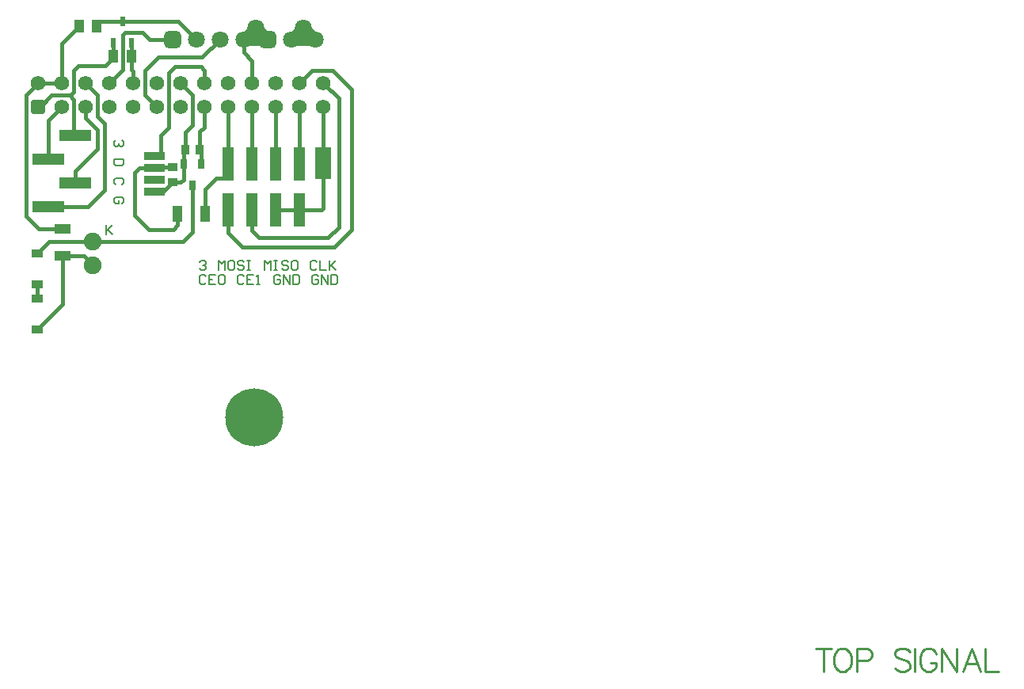
<source format=gbr>
%FSLAX24Y24*%
%MOIN*%
G70*
G01*
G75*
G04 Layer_Physical_Order=1*
G04 Layer_Color=255*
%ADD10R,0.0413X0.0571*%
%ADD11R,0.0236X0.0413*%
%ADD12R,0.0433X0.0709*%
%ADD13R,0.0394X0.0354*%
%ADD14R,0.0866X0.0354*%
%ADD15R,0.0709X0.0433*%
%ADD16R,0.0354X0.0394*%
%ADD17R,0.0256X0.0413*%
%ADD18R,0.0700X0.1350*%
%ADD19R,0.0472X0.0354*%
%ADD20R,0.1350X0.0500*%
%ADD21R,0.0500X0.1449*%
%ADD22C,0.0150*%
%ADD23C,0.0500*%
%ADD24C,0.0100*%
%ADD25C,0.0070*%
%ADD26C,0.0710*%
G04:AMPARAMS|DCode=27|XSize=71mil|YSize=71mil|CornerRadius=17.8mil|HoleSize=0mil|Usage=FLASHONLY|Rotation=0.000|XOffset=0mil|YOffset=0mil|HoleType=Round|Shape=RoundedRectangle|*
%AMROUNDEDRECTD27*
21,1,0.0710,0.0355,0,0,0.0*
21,1,0.0355,0.0710,0,0,0.0*
1,1,0.0355,0.0178,-0.0178*
1,1,0.0355,-0.0178,-0.0178*
1,1,0.0355,-0.0178,0.0178*
1,1,0.0355,0.0178,0.0178*
%
%ADD27ROUNDEDRECTD27*%
%ADD28C,0.0620*%
G04:AMPARAMS|DCode=29|XSize=62mil|YSize=62mil|CornerRadius=15.5mil|HoleSize=0mil|Usage=FLASHONLY|Rotation=0.000|XOffset=0mil|YOffset=0mil|HoleType=Round|Shape=RoundedRectangle|*
%AMROUNDEDRECTD29*
21,1,0.0620,0.0310,0,0,0.0*
21,1,0.0310,0.0620,0,0,0.0*
1,1,0.0310,0.0155,-0.0155*
1,1,0.0310,-0.0155,-0.0155*
1,1,0.0310,-0.0155,0.0155*
1,1,0.0310,0.0155,0.0155*
%
%ADD29ROUNDEDRECTD29*%
%ADD30C,0.2441*%
%ADD31C,0.0750*%
D10*
X5026Y23550D02*
D03*
X5774D02*
D03*
X6476Y22300D02*
D03*
X7224D02*
D03*
D11*
X6476Y22847D02*
D03*
X7224D02*
D03*
X6850Y23753D02*
D03*
D12*
X9179Y15650D02*
D03*
X10321D02*
D03*
D13*
X8950Y16985D02*
D03*
Y17615D02*
D03*
D14*
X8200Y16600D02*
D03*
Y17100D02*
D03*
Y17600D02*
D03*
Y18100D02*
D03*
D15*
X4321Y15021D02*
D03*
Y13879D02*
D03*
D16*
X9485Y18350D02*
D03*
X10115D02*
D03*
D17*
X9800Y16847D02*
D03*
X9426Y17753D02*
D03*
X10174D02*
D03*
D18*
X15300Y17800D02*
D03*
D19*
X3250Y14000D02*
D03*
Y12700D02*
D03*
Y12100D02*
D03*
Y10800D02*
D03*
D20*
X3725Y15950D02*
D03*
X4875Y16950D02*
D03*
X3725Y17950D02*
D03*
X4875Y18950D02*
D03*
D21*
X13300Y17774D02*
D03*
X14300D02*
D03*
Y15826D02*
D03*
X13300D02*
D03*
X12300Y17774D02*
D03*
Y15826D02*
D03*
X11300Y17774D02*
D03*
Y15826D02*
D03*
D22*
X4800Y18975D02*
Y20470D01*
X4620Y20650D02*
X4650D01*
X4620D02*
X4800Y20470D01*
X3866Y20650D02*
X4620D01*
X4800Y20800D02*
Y21690D01*
X4650Y20650D02*
X4800Y20800D01*
X5010Y21900D02*
X6135D01*
X4800Y21690D02*
X5010Y21900D01*
X4956Y23620D02*
X5085Y23750D01*
X4295Y21169D02*
Y22819D01*
X5026Y23550D01*
X11950Y22450D02*
Y23000D01*
Y22450D02*
X12295Y22105D01*
Y21169D02*
Y22105D01*
X10200Y22250D02*
X10950Y23000D01*
X7224Y21726D02*
Y22300D01*
Y21726D02*
X7295Y21655D01*
Y21169D02*
Y21655D01*
X8000Y23000D02*
X8950D01*
X7700Y23300D02*
X8000Y23000D01*
X6950Y23300D02*
X7700D01*
X6850Y23200D02*
X6950Y23300D01*
X6850Y21724D02*
Y23200D01*
X6295Y21169D02*
X6850Y21724D01*
X6135Y21900D02*
X6535Y22300D01*
X7224Y22359D02*
Y22847D01*
X6476Y22359D02*
Y22847D01*
X9197Y23753D02*
X9950Y23000D01*
X6850Y23753D02*
X9197D01*
X5715Y23750D02*
X6847D01*
X10174Y17753D02*
Y18291D01*
X10115Y18350D02*
Y19115D01*
X10295Y19295D01*
Y20169D01*
X9485Y18350D02*
Y19085D01*
X9800Y19400D01*
Y20665D01*
X9295Y21169D02*
X9800Y20665D01*
X2800Y20674D02*
X3295Y21169D01*
X4295D01*
X3250Y14000D02*
X3750Y14500D01*
X3250Y12100D02*
Y12700D01*
Y10800D02*
X4321Y11871D01*
X11295Y17829D02*
Y20169D01*
X12295Y17779D02*
Y20169D01*
X13295Y17779D02*
Y20169D01*
X14295Y17779D02*
Y20169D01*
X13300Y15826D02*
X14300D01*
X15295Y21169D02*
X15950Y20515D01*
Y15100D02*
Y20515D01*
X15500Y14650D02*
X15950Y15100D01*
X12600Y14650D02*
X15500D01*
X12300Y14950D02*
X12600Y14650D01*
X12300Y14950D02*
Y15826D01*
X11300Y14850D02*
Y15826D01*
Y14850D02*
X11900Y14250D01*
X15750D01*
X16500Y15000D01*
Y20900D01*
X14295Y21169D02*
X14826Y21700D01*
X15700D01*
X16500Y20900D01*
X15226Y15826D02*
X15295Y15895D01*
X14300Y15826D02*
X15226D01*
X15295Y15895D02*
Y16800D01*
Y20169D01*
X9426Y18291D02*
X9485Y18350D01*
X9426Y17753D02*
Y18291D01*
X8450Y18950D02*
X8800Y19300D01*
X8450Y18100D02*
Y18950D01*
X10785Y17150D02*
X11100D01*
X9800Y14900D02*
Y16847D01*
X9179Y15179D02*
Y15650D01*
X9000Y15000D02*
X9179Y15179D01*
X7950Y15000D02*
X9000D01*
X8315Y17615D02*
X8950D01*
X8200Y17600D02*
X8450D01*
X8565Y16600D02*
X8950Y16985D01*
X8200Y16600D02*
X8565D01*
X8950Y16985D02*
X9311D01*
X9426Y17100D01*
Y17753D01*
X10321Y15650D02*
Y16686D01*
X10785Y17150D01*
X7350Y17400D02*
X7550Y17600D01*
X7350Y15600D02*
Y17400D01*
Y15600D02*
X7950Y15000D01*
X7550Y17600D02*
X8200D01*
X3750Y14500D02*
X9400D01*
X9800Y14900D01*
X3725Y19599D02*
X4295Y20169D01*
X3725Y17950D02*
Y19599D01*
X3295Y20169D02*
X3385D01*
X3866Y20650D01*
X4875Y16950D02*
Y17475D01*
X2800Y15550D02*
X3329Y15021D01*
X2800Y15550D02*
Y20674D01*
X3329Y15021D02*
X4321D01*
X3725Y15950D02*
X5400D01*
X6100Y16650D01*
Y19450D01*
X5800Y19750D02*
X6100Y19450D01*
X5800Y19750D02*
Y20665D01*
X5295Y21169D02*
X5800Y20665D01*
Y18400D02*
Y19200D01*
X5295Y19705D02*
Y20169D01*
Y19705D02*
X5800Y19200D01*
X4875Y17475D02*
X5800Y18400D01*
X5220Y13879D02*
X5600Y13500D01*
X4321Y13879D02*
X5220D01*
X4321Y11871D02*
Y13879D01*
X8800Y21600D02*
X9050Y21850D01*
X8800Y19300D02*
Y21600D01*
X10150Y21850D02*
X10295Y21705D01*
Y21169D02*
Y21705D01*
X9050Y21850D02*
X10150D01*
X7800Y20665D02*
Y21700D01*
X8350Y22250D01*
X7800Y20665D02*
X8295Y20169D01*
X8350Y22250D02*
X10200D01*
D23*
X11950Y23000D02*
X12950D01*
X13950D02*
X14950D01*
X14450Y23500D02*
X14950Y23000D01*
X13950D02*
X14450Y23500D01*
X12450D02*
X12950Y23000D01*
X11950D02*
X12450Y23500D01*
D24*
X36362Y-2641D02*
Y-3601D01*
X36042Y-2641D02*
X36682D01*
X37070D02*
X36979Y-2687D01*
X36887Y-2778D01*
X36842Y-2869D01*
X36796Y-3006D01*
Y-3235D01*
X36842Y-3372D01*
X36887Y-3464D01*
X36979Y-3555D01*
X37070Y-3601D01*
X37253D01*
X37344Y-3555D01*
X37436Y-3464D01*
X37482Y-3372D01*
X37527Y-3235D01*
Y-3006D01*
X37482Y-2869D01*
X37436Y-2778D01*
X37344Y-2687D01*
X37253Y-2641D01*
X37070D01*
X37751Y-3144D02*
X38163D01*
X38300Y-3098D01*
X38345Y-3052D01*
X38391Y-2961D01*
Y-2824D01*
X38345Y-2732D01*
X38300Y-2687D01*
X38163Y-2641D01*
X37751D01*
Y-3601D01*
X40000Y-2778D02*
X39908Y-2687D01*
X39771Y-2641D01*
X39589D01*
X39451Y-2687D01*
X39360Y-2778D01*
Y-2869D01*
X39406Y-2961D01*
X39451Y-3006D01*
X39543Y-3052D01*
X39817Y-3144D01*
X39908Y-3189D01*
X39954Y-3235D01*
X40000Y-3326D01*
Y-3464D01*
X39908Y-3555D01*
X39771Y-3601D01*
X39589D01*
X39451Y-3555D01*
X39360Y-3464D01*
X40215Y-2641D02*
Y-3601D01*
X41101Y-2869D02*
X41056Y-2778D01*
X40964Y-2687D01*
X40873Y-2641D01*
X40690D01*
X40599Y-2687D01*
X40507Y-2778D01*
X40461Y-2869D01*
X40416Y-3006D01*
Y-3235D01*
X40461Y-3372D01*
X40507Y-3464D01*
X40599Y-3555D01*
X40690Y-3601D01*
X40873D01*
X40964Y-3555D01*
X41056Y-3464D01*
X41101Y-3372D01*
Y-3235D01*
X40873D02*
X41101D01*
X41321Y-2641D02*
Y-3601D01*
Y-2641D02*
X41961Y-3601D01*
Y-2641D02*
Y-3601D01*
X42957D02*
X42591Y-2641D01*
X42226Y-3601D01*
X42363Y-3281D02*
X42820D01*
X43181Y-2641D02*
Y-3601D01*
X43729D01*
D25*
X6150Y15200D02*
Y14800D01*
Y14933D01*
X6417Y15200D01*
X6217Y15000D01*
X6417Y14800D01*
X10100Y13633D02*
X10167Y13700D01*
X10300D01*
X10367Y13633D01*
Y13567D01*
X10300Y13500D01*
X10233D01*
X10300D01*
X10367Y13433D01*
Y13367D01*
X10300Y13300D01*
X10167D01*
X10100Y13367D01*
X10900Y13300D02*
Y13700D01*
X11033Y13567D01*
X11166Y13700D01*
Y13300D01*
X11500Y13700D02*
X11366D01*
X11300Y13633D01*
Y13367D01*
X11366Y13300D01*
X11500D01*
X11566Y13367D01*
Y13633D01*
X11500Y13700D01*
X11966Y13633D02*
X11899Y13700D01*
X11766D01*
X11699Y13633D01*
Y13567D01*
X11766Y13500D01*
X11899D01*
X11966Y13433D01*
Y13367D01*
X11899Y13300D01*
X11766D01*
X11699Y13367D01*
X12099Y13700D02*
X12233D01*
X12166D01*
Y13300D01*
X12099D01*
X12233D01*
X12832D02*
Y13700D01*
X12966Y13567D01*
X13099Y13700D01*
Y13300D01*
X13232Y13700D02*
X13366D01*
X13299D01*
Y13300D01*
X13232D01*
X13366D01*
X13832Y13633D02*
X13765Y13700D01*
X13632D01*
X13566Y13633D01*
Y13567D01*
X13632Y13500D01*
X13765D01*
X13832Y13433D01*
Y13367D01*
X13765Y13300D01*
X13632D01*
X13566Y13367D01*
X14165Y13700D02*
X14032D01*
X13965Y13633D01*
Y13367D01*
X14032Y13300D01*
X14165D01*
X14232Y13367D01*
Y13633D01*
X14165Y13700D01*
X15032Y13633D02*
X14965Y13700D01*
X14832D01*
X14765Y13633D01*
Y13367D01*
X14832Y13300D01*
X14965D01*
X15032Y13367D01*
X15165Y13700D02*
Y13300D01*
X15432D01*
X15565Y13700D02*
Y13300D01*
Y13433D01*
X15831Y13700D01*
X15632Y13500D01*
X15831Y13300D01*
X10367Y13033D02*
X10300Y13100D01*
X10167D01*
X10100Y13033D01*
Y12767D01*
X10167Y12700D01*
X10300D01*
X10367Y12767D01*
X10766Y13100D02*
X10500D01*
Y12700D01*
X10766D01*
X10500Y12900D02*
X10633D01*
X10900Y13033D02*
X10966Y13100D01*
X11100D01*
X11166Y13033D01*
Y12767D01*
X11100Y12700D01*
X10966D01*
X10900Y12767D01*
Y13033D01*
X11966D02*
X11899Y13100D01*
X11766D01*
X11699Y13033D01*
Y12767D01*
X11766Y12700D01*
X11899D01*
X11966Y12767D01*
X12366Y13100D02*
X12099D01*
Y12700D01*
X12366D01*
X12099Y12900D02*
X12233D01*
X12499Y12700D02*
X12633D01*
X12566D01*
Y13100D01*
X12499Y13033D01*
X13499D02*
X13432Y13100D01*
X13299D01*
X13232Y13033D01*
Y12767D01*
X13299Y12700D01*
X13432D01*
X13499Y12767D01*
Y12900D01*
X13366D01*
X13632Y12700D02*
Y13100D01*
X13899Y12700D01*
Y13100D01*
X14032D02*
Y12700D01*
X14232D01*
X14299Y12767D01*
Y13033D01*
X14232Y13100D01*
X14032D01*
X15098Y13033D02*
X15032Y13100D01*
X14898D01*
X14832Y13033D01*
Y12767D01*
X14898Y12700D01*
X15032D01*
X15098Y12767D01*
Y12900D01*
X14965D01*
X15232Y12700D02*
Y13100D01*
X15498Y12700D01*
Y13100D01*
X15632D02*
Y12700D01*
X15831D01*
X15898Y12767D01*
Y13033D01*
X15831Y13100D01*
X15632D01*
X6833Y18750D02*
X6900Y18683D01*
Y18550D01*
X6833Y18483D01*
X6767D01*
X6700Y18550D01*
Y18617D01*
Y18550D01*
X6633Y18483D01*
X6567D01*
X6500Y18550D01*
Y18683D01*
X6567Y18750D01*
X6900Y17950D02*
X6500D01*
Y17750D01*
X6567Y17684D01*
X6833D01*
X6900Y17750D01*
Y17950D01*
X6833Y16884D02*
X6900Y16951D01*
Y17084D01*
X6833Y17151D01*
X6567D01*
X6500Y17084D01*
Y16951D01*
X6567Y16884D01*
X6833Y16084D02*
X6900Y16151D01*
Y16284D01*
X6833Y16351D01*
X6567D01*
X6500Y16284D01*
Y16151D01*
X6567Y16084D01*
X6700D01*
Y16217D01*
D26*
X13950Y23000D02*
D03*
X14950D02*
D03*
X11950D02*
D03*
X10950D02*
D03*
X9950D02*
D03*
X14450Y23500D02*
D03*
X12450D02*
D03*
D27*
X12950Y23000D02*
D03*
X8950D02*
D03*
D28*
X9295Y21169D02*
D03*
X8295D02*
D03*
X9295Y20169D02*
D03*
X8295D02*
D03*
X6295D02*
D03*
X5295D02*
D03*
X4295D02*
D03*
X7295D02*
D03*
X5295Y21169D02*
D03*
X4295D02*
D03*
X3295D02*
D03*
X6295D02*
D03*
X7295D02*
D03*
X13295D02*
D03*
X12295D02*
D03*
X10295D02*
D03*
X11295D02*
D03*
X13295Y20169D02*
D03*
X10295D02*
D03*
X11295D02*
D03*
X12295D02*
D03*
X14295D02*
D03*
X15295D02*
D03*
X14295Y21169D02*
D03*
X15295D02*
D03*
D29*
X3295Y20169D02*
D03*
D30*
X12402Y7087D02*
D03*
D31*
X5600Y13500D02*
D03*
Y14500D02*
D03*
M02*

</source>
